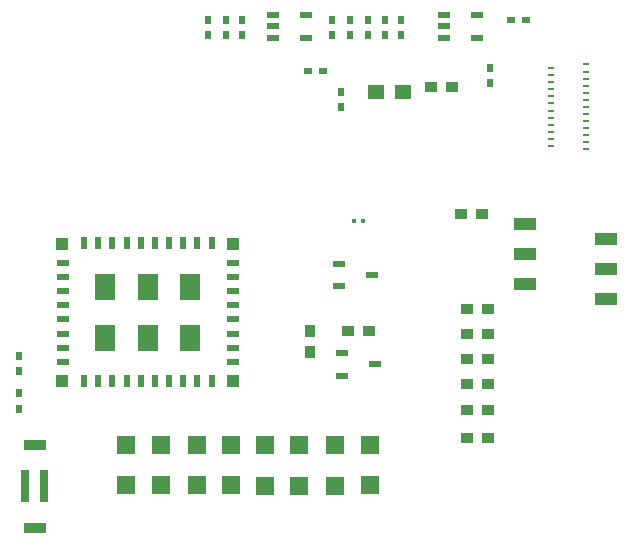
<source format=gbr>
%FSLAX23Y23*%
%MOIN*%
G04 EasyPC Gerber Version 17.0 Build 3379 *
%ADD84R,0.02356X0.04324*%
%ADD80R,0.02400X0.03100*%
%ADD89R,0.02750X0.10624*%
%ADD90R,0.03537X0.03891*%
%ADD87R,0.07080X0.09049*%
%ADD91R,0.05900X0.05900*%
%ADD93R,0.02356X0.00781*%
%ADD92R,0.01600X0.01400*%
%ADD79R,0.03931X0.01962*%
%ADD86R,0.04324X0.02356*%
%ADD81R,0.03100X0.02400*%
%ADD82R,0.03891X0.03537*%
%ADD88R,0.07474X0.03537*%
%ADD85R,0.04324X0.04324*%
%ADD94R,0.07474X0.04324*%
%ADD83R,0.05600X0.05100*%
X0Y0D02*
D02*
D79*
X925Y1768D03*
Y1806D03*
Y1843D03*
X1036Y1768D03*
Y1843D03*
X1145Y939D03*
Y1013D03*
X1156Y642D03*
Y717D03*
X1255Y976D03*
X1267Y679D03*
X1495Y1768D03*
Y1806D03*
Y1843D03*
X1606Y1768D03*
Y1843D03*
D02*
D80*
X78Y532D03*
Y583D03*
Y657D03*
Y708D03*
X708Y1777D03*
Y1828D03*
X768Y1777D03*
Y1828D03*
X823Y1777D03*
Y1828D03*
X1123Y1777D03*
Y1828D03*
X1153Y1537D03*
Y1588D03*
X1183Y1777D03*
Y1828D03*
X1243Y1777D03*
Y1828D03*
X1298Y1777D03*
Y1828D03*
X1353Y1777D03*
Y1828D03*
X1648Y1617D03*
Y1668D03*
D02*
D81*
X1043Y1658D03*
X1094D03*
X1718Y1828D03*
X1769D03*
D02*
D82*
X1175Y791D03*
X1245D03*
X1453Y1603D03*
X1523D03*
X1553Y1182D03*
X1573Y864D03*
X1573Y433D03*
Y527D03*
Y613D03*
Y698D03*
X1574Y781D03*
X1623Y1182D03*
X1643Y864D03*
X1643Y433D03*
Y527D03*
Y613D03*
Y698D03*
X1644Y781D03*
D02*
D83*
X1268Y1588D03*
X1358D03*
D02*
D84*
X296Y624D03*
Y1083D03*
X343Y624D03*
Y1083D03*
X390Y624D03*
Y1083D03*
X438Y624D03*
Y1083D03*
X485Y624D03*
Y1083D03*
X532Y624D03*
Y1083D03*
X579Y624D03*
Y1083D03*
X627Y624D03*
Y1083D03*
X674Y624D03*
Y1083D03*
X721Y624D03*
Y1083D03*
D02*
D85*
X223Y624D03*
Y1081D03*
X792Y624D03*
Y1081D03*
D02*
D86*
X225Y687D03*
Y734D03*
Y782D03*
Y829D03*
Y876D03*
Y923D03*
Y971D03*
Y1018D03*
X792Y687D03*
Y734D03*
Y782D03*
Y829D03*
Y876D03*
Y923D03*
Y971D03*
Y1018D03*
D02*
D87*
X367Y768D03*
Y937D03*
X508Y768D03*
Y937D03*
X650Y768D03*
Y937D03*
D02*
D88*
X132Y135D03*
Y410D03*
D02*
D89*
X100Y273D03*
X163D03*
D02*
D90*
X1049Y721D03*
Y791D03*
D02*
D91*
X436Y277D03*
Y411D03*
X553Y277D03*
Y411D03*
X671Y277D03*
Y411D03*
X785Y277D03*
Y411D03*
X900Y275D03*
Y409D03*
X1014Y275D03*
Y409D03*
X1134Y275D03*
Y409D03*
X1248Y276D03*
Y409D03*
D02*
D92*
X1197Y1158D03*
X1227D03*
D02*
D93*
X1852Y1407D03*
Y1431D03*
Y1455D03*
Y1478D03*
Y1502D03*
Y1525D03*
Y1549D03*
Y1573D03*
Y1596D03*
Y1620D03*
Y1644D03*
Y1667D03*
X1970Y1396D03*
Y1419D03*
Y1443D03*
Y1466D03*
Y1490D03*
Y1514D03*
Y1537D03*
Y1561D03*
Y1585D03*
Y1608D03*
Y1632D03*
Y1655D03*
Y1679D03*
D02*
D94*
X1765Y948D03*
Y1048D03*
Y1148D03*
X2037Y896D03*
Y997D03*
Y1097D03*
X0Y0D02*
M02*

</source>
